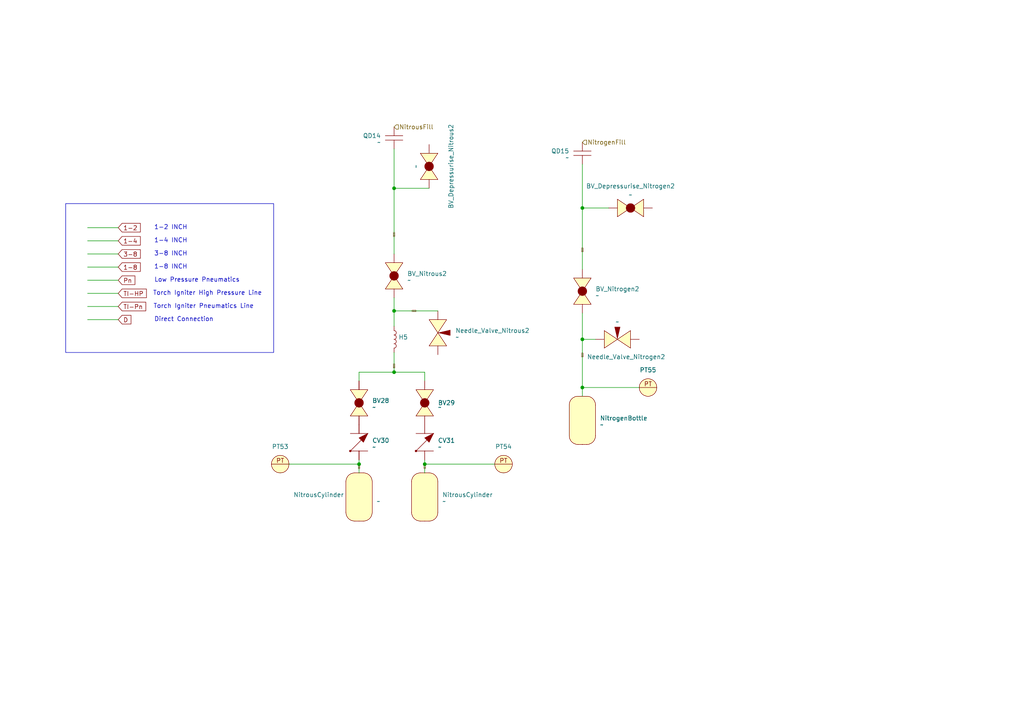
<source format=kicad_sch>
(kicad_sch (version 20250114) (generator "eeschema") (generator_version "9.0")
  (paper "A4")
  (lib_symbols
    (symbol "Ball_Valve_1"
      (property "Reference" "BV" (at 3.81 -4.318 0))
      (symbol "Ball_Valve_1_1_1"
        (polyline (pts (xy 3.81 0) (xy 0 -2.54) (xy 0 2.54) (xy 3.81 0)) (fill (type background)))
        (polyline (pts (xy 3.81 0) (xy 7.62 2.54) (xy 7.62 -2.54) (xy 3.81 0)) (fill (type background)))
        (circle (center 3.81 0) (radius 1.27) (fill (type outline)))
        (pin passive line (at -2.54 0 0) (length 2.54) (name "") (number ""))
        (pin passive line (at 10.16 0 180) (length 2.54) (name "") (number ""))
      )
    )
    (symbol "Ball_Valve_2"
      (property "Reference" "BV" (at 3.81 -4.318 0))
      (symbol "Ball_Valve_2_1_1"
        (polyline (pts (xy 3.81 0) (xy 0 -2.54) (xy 0 2.54) (xy 3.81 0)) (fill (type background)))
        (polyline (pts (xy 3.81 0) (xy 7.62 2.54) (xy 7.62 -2.54) (xy 3.81 0)) (fill (type background)))
        (circle (center 3.81 0) (radius 1.27) (fill (type outline)))
        (pin passive line (at -2.54 0 0) (length 2.54) (name "") (number ""))
        (pin passive line (at 10.16 0 180) (length 2.54) (name "") (number ""))
      )
    )
    (symbol "Ball_Valve_3"
      (property "Reference" "BV" (at 3.81 -4.318 0))
      (symbol "Ball_Valve_3_1_1"
        (polyline (pts (xy 3.81 0) (xy 0 -2.54) (xy 0 2.54) (xy 3.81 0)) (fill (type background)))
        (polyline (pts (xy 3.81 0) (xy 7.62 2.54) (xy 7.62 -2.54) (xy 3.81 0)) (fill (type background)))
        (circle (center 3.81 0) (radius 1.27) (fill (type outline)))
        (pin passive line (at -2.54 0 0) (length 2.54) (name "") (number ""))
        (pin passive line (at 10.16 0 180) (length 2.54) (name "") (number ""))
      )
    )
    (symbol "Ball_Valve_4"
      (property "Reference" "BV" (at 3.81 -4.318 0))
      (symbol "Ball_Valve_4_1_1"
        (polyline (pts (xy 3.81 0) (xy 0 -2.54) (xy 0 2.54) (xy 3.81 0)) (fill (type background)))
        (polyline (pts (xy 3.81 0) (xy 7.62 2.54) (xy 7.62 -2.54) (xy 3.81 0)) (fill (type background)))
        (circle (center 3.81 0) (radius 1.27) (fill (type outline)))
        (pin passive line (at -2.54 0 0) (length 2.54) (name "") (number ""))
        (pin passive line (at 10.16 0 180) (length 2.54) (name "") (number ""))
      )
    )
    (symbol "Ball_Valve_5"
      (property "Reference" "BV" (at 3.81 -4.318 0))
      (symbol "Ball_Valve_5_1_1"
        (polyline (pts (xy 3.81 0) (xy 0 -2.54) (xy 0 2.54) (xy 3.81 0)) (fill (type background)))
        (polyline (pts (xy 3.81 0) (xy 7.62 2.54) (xy 7.62 -2.54) (xy 3.81 0)) (fill (type background)))
        (circle (center 3.81 0) (radius 1.27) (fill (type outline)))
        (pin passive line (at -2.54 0 0) (length 2.54) (name "") (number ""))
        (pin passive line (at 10.16 0 180) (length 2.54) (name "") (number ""))
      )
    )
    (symbol "Check_Valve_1"
      (property "Reference" "CV" (at 2.54 -4.064 0))
      (symbol "Check_Valve_1_0_1"
        (polyline (pts (xy 0 2.54) (xy 5.08 -2.54)))
        (polyline (pts (xy 0 0) (xy 0 2.54)))
        (polyline (pts (xy 0 0) (xy 0 -2.54)))
        (polyline (pts (xy 5.08 -2.54) (xy 5.08 2.54)))
      )
      (symbol "Check_Valve_1_1_1"
        (circle (center 0 2.54) (radius 0.254) (fill (type outline)))
        (polyline (pts (xy 5.08 -2.54) (xy 2.54 -1.27) (xy 3.81 0) (xy 5.08 -2.54)) (fill (type outline)))
        (pin bidirectional line (at -2.54 0 0) (length 2.54) (name "") (number ""))
        (pin bidirectional line (at 7.62 0 180) (length 2.54) (name "") (number ""))
      )
    )
    (symbol "Needle_Valve_1"
      (property "Reference" "Needle_Valve" (at 3.556 -3.81 0))
      (symbol "Needle_Valve_1_1_1"
        (polyline (pts (xy 0 0) (xy 0 2.54) (xy 3.81 0) (xy 0 -2.54) (xy 0 0)) (fill (type background)))
        (polyline (pts (xy 3.048 3.556) (xy 3.81 0.254) (xy 4.572 3.556) (xy 3.048 3.556)) (fill (type outline)))
        (polyline (pts (xy 7.62 0) (xy 7.62 2.54) (xy 3.81 0) (xy 7.62 -2.54) (xy 7.62 0)) (fill (type background)))
        (pin passive line (at -2.54 0 0) (length 2.54) (name "") (number ""))
        (pin passive line (at 10.16 0 180) (length 2.54) (name "") (number ""))
      )
    )
    (symbol "PID_symbols:Ball_Valve"
      (property "Reference" "BV" (at 3.81 -4.318 0))
      (symbol "Ball_Valve_1_1"
        (polyline (pts (xy 3.81 0) (xy 0 -2.54) (xy 0 2.54) (xy 3.81 0)) (fill (type background)))
        (polyline (pts (xy 3.81 0) (xy 7.62 2.54) (xy 7.62 -2.54) (xy 3.81 0)) (fill (type background)))
        (circle (center 3.81 0) (radius 1.27) (fill (type outline)))
        (pin passive line (at -2.54 0 0) (length 2.54) (name "") (number ""))
        (pin passive line (at 10.16 0 180) (length 2.54) (name "") (number ""))
      )
    )
    (symbol "PID_symbols:Check_Valve"
      (property "Reference" "CV" (at 2.54 -4.064 0))
      (symbol "Check_Valve_0_1"
        (polyline (pts (xy 0 2.54) (xy 5.08 -2.54)))
        (polyline (pts (xy 0 0) (xy 0 2.54)))
        (polyline (pts (xy 0 0) (xy 0 -2.54)))
        (polyline (pts (xy 5.08 -2.54) (xy 5.08 2.54)))
      )
      (symbol "Check_Valve_1_1"
        (circle (center 0 2.54) (radius 0.254) (fill (type outline)))
        (polyline (pts (xy 5.08 -2.54) (xy 2.54 -1.27) (xy 3.81 0) (xy 5.08 -2.54)) (fill (type outline)))
        (pin bidirectional line (at -2.54 0 0) (length 2.54) (name "") (number ""))
        (pin bidirectional line (at 7.62 0 180) (length 2.54) (name "") (number ""))
      )
    )
    (symbol "PID_symbols:Hose"
      (property "Reference" "H5" (at 1.27 4.4451 0))
      (symbol "Hose_0_1"
        (arc (start 0 6.35) (mid 0.6323 5.715) (end 0 5.08))
        (arc (start 0 5.08) (mid 0.6323 4.445) (end 0 3.81))
        (arc (start 0 3.81) (mid 0.6323 3.175) (end 0 2.54))
        (arc (start 0 2.54) (mid 0.6323 1.905) (end 0 1.27))
      )
      (symbol "Hose_1_1"
        (pin passive line (at 0 7.62 270) (length 1.27) (name "") (number ""))
        (pin passive line (at 0 0 90) (length 1.27) (name "") (number ""))
      )
    )
    (symbol "PID_symbols:Needle_Valve"
      (property "Reference" "Needle_Valve" (at 3.556 -3.81 0))
      (symbol "Needle_Valve_1_1"
        (polyline (pts (xy 0 0) (xy 0 2.54) (xy 3.81 0) (xy 0 -2.54) (xy 0 0)) (fill (type background)))
        (polyline (pts (xy 3.048 3.556) (xy 3.81 0.254) (xy 4.572 3.556) (xy 3.048 3.556)) (fill (type outline)))
        (polyline (pts (xy 7.62 0) (xy 7.62 2.54) (xy 3.81 0) (xy 7.62 -2.54) (xy 7.62 0)) (fill (type background)))
        (pin passive line (at -2.54 0 0) (length 2.54) (name "") (number ""))
        (pin passive line (at 10.16 0 180) (length 2.54) (name "") (number ""))
      )
    )
    (symbol "PID_symbols:Pressure_Transducer"
      (property "Reference" "PT" (at 0 -3.81 0))
      (symbol "Pressure_Transducer_0_1"
        (polyline (pts (xy -2.54 0) (xy 2.54 0)))
      )
      (symbol "Pressure_Transducer_1_1"
        (circle (center 0 0) (radius 2.54) (fill (type background)))
        (text "PT\n" (at 0 1.016 0) (effects (font (size 1.27 1.27))))
        (pin passive line (at -2.54 0 0) (length 0) (name "") (number ""))
        (pin passive line (at 0 -2.54 90) (length 0) (name "") (number ""))
        (pin passive line (at 2.54 0 180) (length 0) (name "") (number ""))
      )
    )
    (symbol "PID_symbols:Quick_Disconnect"
      (property "Reference" "QD" (at 0.762 -4.572 0))
      (symbol "Quick_Disconnect_0_1"
        (polyline (pts (xy 0 0) (xy 0 2.54) (xy 0 0) (xy 0 -2.54)))
        (polyline (pts (xy 1.27 2.54) (xy 1.27 -2.54)))
      )
      (symbol "Quick_Disconnect_1_1"
        (pin passive line (at -2.54 0 0) (length 2.54) (name "") (number ""))
        (pin passive line (at 3.81 0 180) (length 2.54) (name "") (number ""))
      )
    )
    (symbol "PID_symbols:Tank"
      (property "Reference" "T" (at 6.35 5.08 0))
      (symbol "Tank_0_1"
        (polyline (pts (xy -2.54 0) (xy -2.54 8.89)))
        (arc (start -2.54 8.89) (mid -1.7961 10.6861) (end 0 11.43))
        (arc (start 0 -2.54) (mid -1.7961 -1.7961) (end -2.54 0))
        (polyline (pts (xy 0 11.43) (xy 2.54 11.43)))
        (polyline (pts (xy 0 -2.54) (xy 2.54 -2.54)))
        (arc (start 2.54 11.43) (mid 4.3361 10.6861) (end 5.08 8.89))
        (arc (start 5.08 0) (mid 4.3361 -1.7961) (end 2.54 -2.54))
        (polyline (pts (xy 5.08 0) (xy 5.08 8.89)))
      )
      (symbol "Tank_1_1"
        (polyline (pts (xy -2.54 0) (xy -2.286 -1.016) (xy -2.032 -1.524) (xy -1.524 -2.032) (xy -1.016 -2.286) (xy -0.254 -2.54) (xy 1.524 -2.54) (xy 2.286 -2.54) (xy 3.048 -2.54) (xy 4.064 -2.032) (xy 4.572 -1.524) (xy 4.826 -1.016) (xy 5.08 0) (xy 5.08 3.81) (xy 5.08 8.89) (xy 4.826 9.906) (xy 4.318 10.668) (xy 3.81 11.176) (xy 3.048 11.43) (xy 1.524 11.43) (xy 0.508 11.43) (xy -0.254 11.43) (xy -1.016 11.176) (xy -1.524 10.922) (xy -2.032 10.414) (xy -2.54 9.144) (xy -2.54 0)) (stroke (width -0.0001)) (fill (type background)))
        (pin passive line (at 1.27 11.43 270) (length 0) (name "") (number ""))
        (pin passive line (at 1.27 -2.54 90) (length 0) (name "") (number ""))
      )
    )
    (symbol "Pressure_Transducer_1"
      (property "Reference" "PT" (at 0 -3.81 0))
      (symbol "Pressure_Transducer_1_0_1"
        (polyline (pts (xy -2.54 0) (xy 2.54 0)))
      )
      (symbol "Pressure_Transducer_1_1_1"
        (circle (center 0 0) (radius 2.54) (fill (type background)))
        (text "PT\n" (at 0 1.016 0) (effects (font (size 1.27 1.27))))
        (pin passive line (at -2.54 0 0) (length 0) (name "") (number ""))
        (pin passive line (at 0 -2.54 90) (length 0) (name "") (number ""))
        (pin passive line (at 2.54 0 180) (length 0) (name "") (number ""))
      )
    )
    (symbol "Pressure_Transducer_2"
      (property "Reference" "PT" (at 0 -3.81 0))
      (symbol "Pressure_Transducer_2_0_1"
        (polyline (pts (xy -2.54 0) (xy 2.54 0)))
      )
      (symbol "Pressure_Transducer_2_1_1"
        (circle (center 0 0) (radius 2.54) (fill (type background)))
        (text "PT\n" (at 0 1.016 0) (effects (font (size 1.27 1.27))))
        (pin passive line (at -2.54 0 0) (length 0) (name "") (number ""))
        (pin passive line (at 0 -2.54 90) (length 0) (name "") (number ""))
        (pin passive line (at 2.54 0 180) (length 0) (name "") (number ""))
      )
    )
    (symbol "Quick_Disconnect_1"
      (property "Reference" "QD" (at 0.762 -4.572 0))
      (symbol "Quick_Disconnect_1_0_1"
        (polyline (pts (xy 0 0) (xy 0 2.54) (xy 0 0) (xy 0 -2.54)))
        (polyline (pts (xy 1.27 2.54) (xy 1.27 -2.54)))
      )
      (symbol "Quick_Disconnect_1_1_1"
        (pin passive line (at -2.54 0 0) (length 2.54) (name "") (number ""))
        (pin passive line (at 3.81 0 180) (length 2.54) (name "") (number ""))
      )
    )
    (symbol "Tank_1"
      (property "Reference" "T" (at 6.35 5.08 0))
      (symbol "Tank_1_0_1"
        (polyline (pts (xy -2.54 0) (xy -2.54 8.89)))
        (arc (start -2.54 8.89) (mid -1.7961 10.6861) (end 0 11.43))
        (arc (start 0 -2.54) (mid -1.7961 -1.7961) (end -2.54 0))
        (polyline (pts (xy 0 11.43) (xy 2.54 11.43)))
        (polyline (pts (xy 0 -2.54) (xy 2.54 -2.54)))
        (arc (start 2.54 11.43) (mid 4.3361 10.6861) (end 5.08 8.89))
        (arc (start 5.08 0) (mid 4.3361 -1.7961) (end 2.54 -2.54))
        (polyline (pts (xy 5.08 0) (xy 5.08 8.89)))
      )
      (symbol "Tank_1_1_1"
        (polyline (pts (xy -2.54 0) (xy -2.286 -1.016) (xy -2.032 -1.524) (xy -1.524 -2.032) (xy -1.016 -2.286) (xy -0.254 -2.54) (xy 1.524 -2.54) (xy 2.286 -2.54) (xy 3.048 -2.54) (xy 4.064 -2.032) (xy 4.572 -1.524) (xy 4.826 -1.016) (xy 5.08 0) (xy 5.08 3.81) (xy 5.08 8.89) (xy 4.826 9.906) (xy 4.318 10.668) (xy 3.81 11.176) (xy 3.048 11.43) (xy 1.524 11.43) (xy 0.508 11.43) (xy -0.254 11.43) (xy -1.016 11.176) (xy -1.524 10.922) (xy -2.032 10.414) (xy -2.54 9.144) (xy -2.54 0)) (stroke (width -0.0001)) (fill (type background)))
        (pin passive line (at 1.27 11.43 270) (length 0) (name "") (number ""))
        (pin passive line (at 1.27 -2.54 90) (length 0) (name "") (number ""))
      )
    )
    (symbol "Tank_2"
      (property "Reference" "T" (at 6.35 5.08 0))
      (symbol "Tank_2_0_1"
        (polyline (pts (xy -2.54 0) (xy -2.54 8.89)))
        (arc (start -2.54 8.89) (mid -1.7961 10.6861) (end 0 11.43))
        (arc (start 0 -2.54) (mid -1.7961 -1.7961) (end -2.54 0))
        (polyline (pts (xy 0 11.43) (xy 2.54 11.43)))
        (polyline (pts (xy 0 -2.54) (xy 2.54 -2.54)))
        (arc (start 2.54 11.43) (mid 4.3361 10.6861) (end 5.08 8.89))
        (arc (start 5.08 0) (mid 4.3361 -1.7961) (end 2.54 -2.54))
        (polyline (pts (xy 5.08 0) (xy 5.08 8.89)))
      )
      (symbol "Tank_2_1_1"
        (polyline (pts (xy -2.54 0) (xy -2.286 -1.016) (xy -2.032 -1.524) (xy -1.524 -2.032) (xy -1.016 -2.286) (xy -0.254 -2.54) (xy 1.524 -2.54) (xy 2.286 -2.54) (xy 3.048 -2.54) (xy 4.064 -2.032) (xy 4.572 -1.524) (xy 4.826 -1.016) (xy 5.08 0) (xy 5.08 3.81) (xy 5.08 8.89) (xy 4.826 9.906) (xy 4.318 10.668) (xy 3.81 11.176) (xy 3.048 11.43) (xy 1.524 11.43) (xy 0.508 11.43) (xy -0.254 11.43) (xy -1.016 11.176) (xy -1.524 10.922) (xy -2.032 10.414) (xy -2.54 9.144) (xy -2.54 0)) (stroke (width -0.0001)) (fill (type background)))
        (pin passive line (at 1.27 11.43 270) (length 0) (name "") (number ""))
        (pin passive line (at 1.27 -2.54 90) (length 0) (name "") (number ""))
      )
    )
  )
  (rectangle (start 19.05 59.055) (end 79.375 102.235))
  (text "Torch Igniter Pneumatics Line" (at 59.055 88.9 0) (effects (font (size 1.27 1.27))))
  (text "3-8 INCH\n" (at 49.53 73.66 0) (effects (font (size 1.27 1.27))))
  (text "1-8 INCH\n" (at 49.53 77.47 0) (effects (font (size 1.27 1.27))))
  (text " Torch Igniter High Pressure Line" (at 59.69 85.09 0) (effects (font (size 1.27 1.27))))
  (text "1-4 INCH\n" (at 49.53 69.85 0) (effects (font (size 1.27 1.27))))
  (text "Low Pressure Pneumatics" (at 57.15 81.28 0) (effects (font (size 1.27 1.27))))
  (text "1-2 INCH\n" (at 49.53 66.04 0) (effects (font (size 1.27 1.27))))
  (text "Direct Connection" (at 53.34 92.71 0) (effects (font (size 1.27 1.27))))
  (junction (at 168.91 98.425))
  (junction (at 123.19 134.62))
  (junction (at 168.91 60.325))
  (junction (at 104.14 134.62))
  (junction (at 168.91 112.395))
  (junction (at 114.3 90.17))
  (junction (at 114.3 54.61))
  (junction (at 114.3 107.95))
  (wire (pts (xy 168.91 47.625) (xy 168.91 60.325)))
  (wire (pts (xy 104.14 107.95) (xy 114.3 107.95)))
  (wire (pts (xy 168.91 90.805) (xy 168.91 98.425)))
  (wire (pts (xy 114.3 90.17) (xy 127 90.17)))
  (wire (pts (xy 114.3 90.17) (xy 114.3 86.36)))
  (wire (pts (xy 123.19 133.35) (xy 123.19 134.62)))
  (wire (pts (xy 176.53 60.325) (xy 168.91 60.325)))
  (wire (pts (xy 25.4 81.28) (xy 34.29 81.28)))
  (wire (pts (xy 123.19 134.62) (xy 143.51 134.62)))
  (wire (pts (xy 168.91 98.425) (xy 168.91 112.395)))
  (wire (pts (xy 114.3 43.18) (xy 114.3 54.61)))
  (wire (pts (xy 25.4 69.85) (xy 34.29 69.85)))
  (wire (pts (xy 123.19 134.62) (xy 123.19 137.16)))
  (wire (pts (xy 114.3 90.17) (xy 114.3 94.615)))
  (wire (pts (xy 114.3 107.95) (xy 123.19 107.95)))
  (wire (pts (xy 104.14 133.35) (xy 104.14 134.62)))
  (wire (pts (xy 168.91 112.395) (xy 185.42 112.395)))
  (wire (pts (xy 104.14 107.95) (xy 104.14 110.49)))
  (wire (pts (xy 83.82 134.62) (xy 104.14 134.62)))
  (wire (pts (xy 104.14 134.62) (xy 104.14 137.16)))
  (wire (pts (xy 25.4 88.9) (xy 34.29 88.9)))
  (wire (pts (xy 114.3 54.61) (xy 124.46 54.61)))
  (wire (pts (xy 25.4 77.47) (xy 34.29 77.47)))
  (wire (pts (xy 172.72 98.425) (xy 168.91 98.425)))
  (wire (pts (xy 123.19 107.95) (xy 123.19 110.49)))
  (wire (pts (xy 168.91 112.395) (xy 168.91 114.935)))
  (wire (pts (xy 114.3 54.61) (xy 114.3 73.66)))
  (wire (pts (xy 25.4 92.71) (xy 34.29 92.71)))
  (wire (pts (xy 25.4 66.04) (xy 34.29 66.04)))
  (wire (pts (xy 25.4 85.09) (xy 34.29 85.09)))
  (wire (pts (xy 114.3 102.235) (xy 114.3 107.95)))
  (wire (pts (xy 25.4 73.66) (xy 34.29 73.66)))
  (wire (pts (xy 168.91 60.325) (xy 168.91 78.105)))
  (global_label "D" (shape input) (at 34.29 92.71 0) (property "Intersheetrefs" "${INTERSHEET_REFS}" (effects (hide yes))))
  (global_label "1-4" (shape input) (at 34.29 69.85 0) (property "Intersheetrefs" "${INTERSHEET_REFS}" (effects (hide yes))))
  (global_label "1-4" (shape input) (at 119.38 90.17 0) (effects (font (size 0.254 0.254))) (property "Intersheetrefs" "${INTERSHEET_REFS}" (effects (hide yes))))
  (global_label "1-4" (shape input) (at 168.91 102.235 270) (effects (font (size 0.254 0.254))) (property "Intersheetrefs" "${INTERSHEET_REFS}" (effects (hide yes))))
  (global_label "1-4" (shape input) (at 114.3 105.41 270) (effects (font (size 0.254 0.254))) (property "Intersheetrefs" "${INTERSHEET_REFS}" (effects (hide yes))))
  (global_label "3-8" (shape input) (at 34.29 73.66 0) (property "Intersheetrefs" "${INTERSHEET_REFS}" (effects (hide yes))))
  (global_label "1-8" (shape input) (at 34.29 77.47 0) (property "Intersheetrefs" "${INTERSHEET_REFS}" (effects (hide yes))))
  (global_label "TI-HP" (shape input) (at 34.29 85.09 0) (property "Intersheetrefs" "${INTERSHEET_REFS}" (effects (hide yes))))
  (global_label "1-4" (shape input) (at 104.14 134.62 270) (effects (font (size 0.254 0.254))) (property "Intersheetrefs" "${INTERSHEET_REFS}" (effects (hide yes))))
  (global_label "TI-Pn" (shape input) (at 34.29 88.9 0) (property "Intersheetrefs" "${INTERSHEET_REFS}" (effects (hide yes))))
  (global_label "1-4" (shape input) (at 123.19 134.62 270) (effects (font (size 0.254 0.254))) (property "Intersheetrefs" "${INTERSHEET_REFS}" (effects (hide yes))))
  (global_label "1-4" (shape input) (at 168.91 71.755 270) (effects (font (size 0.254 0.254))) (property "Intersheetrefs" "${INTERSHEET_REFS}" (effects (hide yes))))
  (global_label "Pn" (shape input) (at 34.29 81.28 0) (property "Intersheetrefs" "${INTERSHEET_REFS}" (effects (hide yes))))
  (global_label "1-4" (shape input) (at 114.3 67.31 270) (effects (font (size 0.254 0.254))) (property "Intersheetrefs" "${INTERSHEET_REFS}" (effects (hide yes))))
  (global_label "1-2" (shape input) (at 34.29 66.04 0) (property "Intersheetrefs" "${INTERSHEET_REFS}" (effects (hide yes))))
  (hierarchical_label "NitrogenFill" (shape input) (at 168.91 41.275 0))
  (hierarchical_label "NitrousFill" (shape input) (at 114.3 36.83 0))
  (symbol (lib_name "Ball_Valve_1") (lib_id "PID_symbols:Ball_Valve") (at 168.91 88.265 90) (unit 1)
    (property "Reference" "BV_Nitrogen2" (at 172.72 83.8199 90) (effects (justify right)))
    (property "Value" "~" (at 172.72 85.725 90) (effects (justify right)))
  )
  (symbol (lib_id "PID_symbols:Pressure_Transducer") (at 81.28 134.62 0) (unit 1)
    (property "Reference" "PT53" (at 81.28 129.54 0))
  )
  (symbol (lib_name "Ball_Valve_3") (lib_id "PID_symbols:Ball_Valve") (at 124.46 52.07 90) (unit 1)
    (property "Reference" "BV_Depressurise_Nitrous2" (at 130.81 48.26 0))
    (property "Value" "~" (at 120.65 48.26 0))
  )
  (symbol (lib_name "Check_Valve_1") (lib_id "PID_symbols:Check_Valve") (at 123.19 130.81 90) (unit 1)
    (property "Reference" "CV31" (at 127 127.7619 90) (effects (justify right)))
    (property "Value" "~" (at 127 129.667 90) (effects (justify right)))
  )
  (symbol (lib_name "Pressure_Transducer_2") (lib_id "PID_symbols:Pressure_Transducer") (at 187.96 112.395 0) (unit 1)
    (property "Reference" "PT55" (at 187.96 107.315 0))
  )
  (symbol (lib_id "PID_symbols:Needle_Valve") (at 127 92.71 270) (unit 1)
    (property "Reference" "Needle_Valve_Nitrous2" (at 132.08 95.8849 90) (effects (justify left)))
    (property "Value" "~" (at 132.08 97.79 90) (effects (justify left)))
  )
  (symbol (lib_name "Quick_Disconnect_1") (lib_id "PID_symbols:Quick_Disconnect") (at 168.91 45.085 90) (unit 1)
    (property "Reference" "QD15" (at 165.1 43.8149 90) (effects (justify left)))
    (property "Value" "~" (at 165.1 45.72 90) (effects (justify left)))
  )
  (symbol (lib_name "Ball_Valve_5") (lib_id "PID_symbols:Ball_Valve") (at 123.19 120.65 90) (unit 1)
    (property "Reference" "BV29" (at 127 116.84 90) (effects (justify right)))
    (property "Value" "~" (at 127 118.11 90) (effects (justify right)))
  )
  (symbol (lib_id "PID_symbols:Quick_Disconnect") (at 114.3 40.64 90) (unit 1)
    (property "Reference" "QD14" (at 110.49 39.3699 90) (effects (justify left)))
    (property "Value" "~" (at 110.49 41.275 90) (effects (justify left)))
  )
  (symbol (lib_name "Ball_Valve_2") (lib_id "PID_symbols:Ball_Valve") (at 114.3 83.82 90) (unit 1)
    (property "Reference" "BV_Nitrous2" (at 118.11 79.3749 90) (effects (justify right)))
    (property "Value" "~" (at 118.11 81.28 90) (effects (justify right)))
  )
  (symbol (lib_id "PID_symbols:Hose") (at 114.3 102.235 0) (unit 1)
    (property "Reference" "H5" (at 115.57 97.7899 0) (effects (justify left)))
  )
  (symbol (lib_id "PID_symbols:Check_Valve") (at 104.14 130.81 90) (unit 1)
    (property "Reference" "CV30" (at 107.95 127.7619 90) (effects (justify right)))
    (property "Value" "~" (at 107.95 129.667 90) (effects (justify right)))
  )
  (symbol (lib_id "PID_symbols:Tank") (at 167.64 126.365 0) (unit 1)
    (property "Reference" "NitrogenBottle" (at 173.99 121.2849 0) (effects (justify left)))
    (property "Value" "~" (at 173.99 123.19 0) (effects (justify left)))
  )
  (symbol (lib_name "Ball_Valve_4") (lib_id "PID_symbols:Ball_Valve") (at 104.14 120.65 90) (unit 1)
    (property "Reference" "BV28" (at 107.95 116.2049 90) (effects (justify right)))
    (property "Value" "~" (at 107.95 118.11 90) (effects (justify right)))
  )
  (symbol (lib_name "Needle_Valve_1") (lib_id "PID_symbols:Needle_Valve") (at 175.26 98.425 0) (unit 1)
    (property "Reference" "Needle_Valve_Nitrogen2" (at 181.61 103.505 0))
    (property "Value" "~" (at 179.07 93.345 0))
  )
  (symbol (lib_name "Tank_1") (lib_id "PID_symbols:Tank") (at 121.92 148.59 0) (unit 1)
    (property "Reference" "NitrousCylinder" (at 128.27 143.5099 0) (effects (justify left)))
    (property "Value" "~" (at 128.27 145.415 0) (effects (justify left)))
  )
  (symbol (lib_name "Tank_2") (lib_id "PID_symbols:Tank") (at 102.87 148.59 0) (unit 1)
    (property "Reference" "NitrousCylinder" (at 85.09 143.51 0) (effects (justify left)))
    (property "Value" "~" (at 109.22 145.415 0) (effects (justify left)))
  )
  (symbol (lib_id "PID_symbols:Ball_Valve") (at 179.07 60.325 0) (unit 1)
    (property "Reference" "BV_Depressurise_Nitrogen2" (at 182.88 53.975 0))
    (property "Value" "~" (at 182.88 56.515 0))
  )
  (symbol (lib_name "Pressure_Transducer_1") (lib_id "PID_symbols:Pressure_Transducer") (at 146.05 134.62 0) (unit 1)
    (property "Reference" "PT54" (at 146.05 129.54 0))
  )
)
</source>
